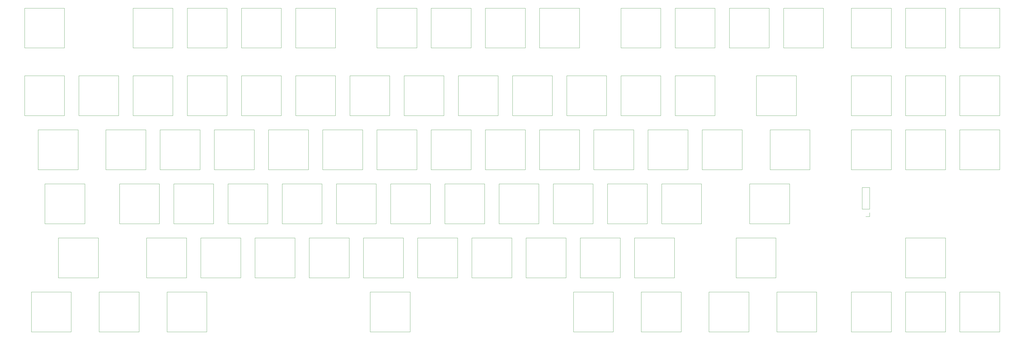
<source format=gto>
%TF.GenerationSoftware,KiCad,Pcbnew,(5.1.12)-1*%
%TF.CreationDate,2021-11-20T18:07:47-08:00*%
%TF.ProjectId,PyKey87,50794b65-7938-4372-9e6b-696361645f70,rev?*%
%TF.SameCoordinates,Original*%
%TF.FileFunction,Legend,Top*%
%TF.FilePolarity,Positive*%
%FSLAX46Y46*%
G04 Gerber Fmt 4.6, Leading zero omitted, Abs format (unit mm)*
G04 Created by KiCad (PCBNEW (5.1.12)-1) date 2021-11-20 18:07:47*
%MOMM*%
%LPD*%
G01*
G04 APERTURE LIST*
%ADD10C,0.120000*%
%ADD11C,3.152400*%
%ADD12C,1.902400*%
%ADD13C,4.152400*%
%ADD14C,0.902400*%
%ADD15C,4.552400*%
%ADD16C,1.448000*%
%ADD17O,1.852400X1.852400*%
%ADD18C,1.652400*%
%ADD19C,3.202400*%
%ADD20O,1.152400X2.252400*%
%ADD21C,0.802400*%
%ADD22O,1.152400X1.752400*%
%ADD23C,1.052400*%
G04 APERTURE END LIST*
D10*
X154637500Y-57007500D02*
X154637500Y-43007500D01*
X154637500Y-57007500D02*
X140637500Y-57007500D01*
X140637500Y-57007500D02*
X140637500Y-43007500D01*
X140637500Y-43007500D02*
X154637500Y-43007500D01*
X326087500Y-57007500D02*
X326087500Y-43007500D01*
X326087500Y-57007500D02*
X312087500Y-57007500D01*
X312087500Y-57007500D02*
X312087500Y-43007500D01*
X312087500Y-43007500D02*
X326087500Y-43007500D01*
X407050000Y-157020000D02*
X407050000Y-143020000D01*
X407050000Y-157020000D02*
X393050000Y-157020000D01*
X393050000Y-157020000D02*
X393050000Y-143020000D01*
X393050000Y-143020000D02*
X407050000Y-143020000D01*
X83487500Y-66820000D02*
X97487500Y-66820000D01*
X83487500Y-80820000D02*
X83487500Y-66820000D01*
X97487500Y-80820000D02*
X83487500Y-80820000D01*
X97487500Y-80820000D02*
X97487500Y-66820000D01*
X64437500Y-66820000D02*
X78437500Y-66820000D01*
X64437500Y-80820000D02*
X64437500Y-66820000D01*
X78437500Y-80820000D02*
X64437500Y-80820000D01*
X78437500Y-80820000D02*
X78437500Y-66820000D01*
X361375000Y-116425000D02*
X360045000Y-116425000D01*
X361375000Y-115095000D02*
X361375000Y-116425000D01*
X361375000Y-113825000D02*
X358715000Y-113825000D01*
X358715000Y-113825000D02*
X358715000Y-106145000D01*
X361375000Y-113825000D02*
X361375000Y-106145000D01*
X361375000Y-106145000D02*
X358715000Y-106145000D01*
X345137500Y-57007500D02*
X345137500Y-43007500D01*
X345137500Y-57007500D02*
X331137500Y-57007500D01*
X331137500Y-57007500D02*
X331137500Y-43007500D01*
X331137500Y-43007500D02*
X345137500Y-43007500D01*
X407050000Y-57007500D02*
X407050000Y-43007500D01*
X407050000Y-57007500D02*
X393050000Y-57007500D01*
X393050000Y-57007500D02*
X393050000Y-43007500D01*
X393050000Y-43007500D02*
X407050000Y-43007500D01*
X407050000Y-80820000D02*
X407050000Y-66820000D01*
X407050000Y-80820000D02*
X393050000Y-80820000D01*
X393050000Y-80820000D02*
X393050000Y-66820000D01*
X393050000Y-66820000D02*
X407050000Y-66820000D01*
X407050000Y-99870000D02*
X407050000Y-85870000D01*
X407050000Y-99870000D02*
X393050000Y-99870000D01*
X393050000Y-99870000D02*
X393050000Y-85870000D01*
X393050000Y-85870000D02*
X407050000Y-85870000D01*
X388000000Y-137970000D02*
X388000000Y-123970000D01*
X388000000Y-137970000D02*
X374000000Y-137970000D01*
X374000000Y-137970000D02*
X374000000Y-123970000D01*
X374000000Y-123970000D02*
X388000000Y-123970000D01*
X76312000Y-123970000D02*
X90312000Y-123970000D01*
X76312000Y-137970000D02*
X76312000Y-123970000D01*
X90312000Y-137970000D02*
X76312000Y-137970000D01*
X90312000Y-137970000D02*
X90312000Y-123970000D01*
X102538000Y-66820000D02*
X116538000Y-66820000D01*
X102538000Y-80820000D02*
X102538000Y-66820000D01*
X116538000Y-80820000D02*
X102538000Y-80820000D01*
X116538000Y-80820000D02*
X116538000Y-66820000D01*
X121588000Y-66820000D02*
X135588000Y-66820000D01*
X121588000Y-80820000D02*
X121588000Y-66820000D01*
X135588000Y-80820000D02*
X121588000Y-80820000D01*
X135588000Y-80820000D02*
X135588000Y-66820000D01*
X140638000Y-66820000D02*
X154638000Y-66820000D01*
X140638000Y-80820000D02*
X140638000Y-66820000D01*
X154638000Y-80820000D02*
X140638000Y-80820000D01*
X154638000Y-80820000D02*
X154638000Y-66820000D01*
X159688000Y-66820000D02*
X173688000Y-66820000D01*
X159688000Y-80820000D02*
X159688000Y-66820000D01*
X173688000Y-80820000D02*
X159688000Y-80820000D01*
X173688000Y-80820000D02*
X173688000Y-66820000D01*
X197788000Y-66820000D02*
X211788000Y-66820000D01*
X197788000Y-80820000D02*
X197788000Y-66820000D01*
X211788000Y-80820000D02*
X197788000Y-80820000D01*
X211788000Y-80820000D02*
X211788000Y-66820000D01*
X216838000Y-66820000D02*
X230838000Y-66820000D01*
X216838000Y-80820000D02*
X216838000Y-66820000D01*
X230838000Y-80820000D02*
X216838000Y-80820000D01*
X230838000Y-80820000D02*
X230838000Y-66820000D01*
X235888000Y-66820000D02*
X249888000Y-66820000D01*
X235888000Y-80820000D02*
X235888000Y-66820000D01*
X249888000Y-80820000D02*
X235888000Y-80820000D01*
X249888000Y-80820000D02*
X249888000Y-66820000D01*
X254938000Y-66820000D02*
X268938000Y-66820000D01*
X254938000Y-80820000D02*
X254938000Y-66820000D01*
X268938000Y-80820000D02*
X254938000Y-80820000D01*
X268938000Y-80820000D02*
X268938000Y-66820000D01*
X273988000Y-66820000D02*
X287988000Y-66820000D01*
X273988000Y-80820000D02*
X273988000Y-66820000D01*
X287988000Y-80820000D02*
X273988000Y-80820000D01*
X287988000Y-80820000D02*
X287988000Y-66820000D01*
X293038000Y-66820000D02*
X307038000Y-66820000D01*
X293038000Y-80820000D02*
X293038000Y-66820000D01*
X307038000Y-80820000D02*
X293038000Y-80820000D01*
X307038000Y-80820000D02*
X307038000Y-66820000D01*
X93012000Y-85870000D02*
X107012000Y-85870000D01*
X93012000Y-99870000D02*
X93012000Y-85870000D01*
X107012000Y-99870000D02*
X93012000Y-99870000D01*
X107012000Y-99870000D02*
X107012000Y-85870000D01*
X112062000Y-85870000D02*
X126062000Y-85870000D01*
X112062000Y-99870000D02*
X112062000Y-85870000D01*
X126062000Y-99870000D02*
X112062000Y-99870000D01*
X126062000Y-99870000D02*
X126062000Y-85870000D01*
X131112000Y-85870000D02*
X145112000Y-85870000D01*
X131112000Y-99870000D02*
X131112000Y-85870000D01*
X145112000Y-99870000D02*
X131112000Y-99870000D01*
X145112000Y-99870000D02*
X145112000Y-85870000D01*
X150162000Y-85870000D02*
X164162000Y-85870000D01*
X150162000Y-99870000D02*
X150162000Y-85870000D01*
X164162000Y-99870000D02*
X150162000Y-99870000D01*
X164162000Y-99870000D02*
X164162000Y-85870000D01*
X169212000Y-85870000D02*
X183212000Y-85870000D01*
X169212000Y-99870000D02*
X169212000Y-85870000D01*
X183212000Y-99870000D02*
X169212000Y-99870000D01*
X183212000Y-99870000D02*
X183212000Y-85870000D01*
X188262000Y-85870000D02*
X202262000Y-85870000D01*
X188262000Y-99870000D02*
X188262000Y-85870000D01*
X202262000Y-99870000D02*
X188262000Y-99870000D01*
X202262000Y-99870000D02*
X202262000Y-85870000D01*
X207312000Y-85870000D02*
X221312000Y-85870000D01*
X207312000Y-99870000D02*
X207312000Y-85870000D01*
X221312000Y-99870000D02*
X207312000Y-99870000D01*
X221312000Y-99870000D02*
X221312000Y-85870000D01*
X226362000Y-85870000D02*
X240362000Y-85870000D01*
X226362000Y-99870000D02*
X226362000Y-85870000D01*
X240362000Y-99870000D02*
X226362000Y-99870000D01*
X240362000Y-99870000D02*
X240362000Y-85870000D01*
X245412000Y-85870000D02*
X259412000Y-85870000D01*
X245412000Y-99870000D02*
X245412000Y-85870000D01*
X259412000Y-99870000D02*
X245412000Y-99870000D01*
X259412000Y-99870000D02*
X259412000Y-85870000D01*
X264462000Y-85870000D02*
X278462000Y-85870000D01*
X264462000Y-99870000D02*
X264462000Y-85870000D01*
X278462000Y-99870000D02*
X264462000Y-99870000D01*
X278462000Y-99870000D02*
X278462000Y-85870000D01*
X283512000Y-85870000D02*
X297512000Y-85870000D01*
X283512000Y-99870000D02*
X283512000Y-85870000D01*
X297512000Y-99870000D02*
X283512000Y-99870000D01*
X297512000Y-99870000D02*
X297512000Y-85870000D01*
X302562000Y-85870000D02*
X316562000Y-85870000D01*
X302562000Y-99870000D02*
X302562000Y-85870000D01*
X316562000Y-99870000D02*
X302562000Y-99870000D01*
X316562000Y-99870000D02*
X316562000Y-85870000D01*
X97775000Y-104920000D02*
X111775000Y-104920000D01*
X97775000Y-118920000D02*
X97775000Y-104920000D01*
X111775000Y-118920000D02*
X97775000Y-118920000D01*
X111775000Y-118920000D02*
X111775000Y-104920000D01*
X116825000Y-104920000D02*
X130825000Y-104920000D01*
X116825000Y-118920000D02*
X116825000Y-104920000D01*
X130825000Y-118920000D02*
X116825000Y-118920000D01*
X130825000Y-118920000D02*
X130825000Y-104920000D01*
X135875000Y-104920000D02*
X149875000Y-104920000D01*
X135875000Y-118920000D02*
X135875000Y-104920000D01*
X149875000Y-118920000D02*
X135875000Y-118920000D01*
X149875000Y-118920000D02*
X149875000Y-104920000D01*
X154925000Y-104920000D02*
X168925000Y-104920000D01*
X154925000Y-118920000D02*
X154925000Y-104920000D01*
X168925000Y-118920000D02*
X154925000Y-118920000D01*
X168925000Y-118920000D02*
X168925000Y-104920000D01*
X173975000Y-104920000D02*
X187975000Y-104920000D01*
X173975000Y-118920000D02*
X173975000Y-104920000D01*
X187975000Y-118920000D02*
X173975000Y-118920000D01*
X187975000Y-118920000D02*
X187975000Y-104920000D01*
X193025000Y-104920000D02*
X207025000Y-104920000D01*
X193025000Y-118920000D02*
X193025000Y-104920000D01*
X207025000Y-118920000D02*
X193025000Y-118920000D01*
X207025000Y-118920000D02*
X207025000Y-104920000D01*
X212075000Y-104920000D02*
X226075000Y-104920000D01*
X212075000Y-118920000D02*
X212075000Y-104920000D01*
X226075000Y-118920000D02*
X212075000Y-118920000D01*
X226075000Y-118920000D02*
X226075000Y-104920000D01*
X231125000Y-104920000D02*
X245125000Y-104920000D01*
X231125000Y-118920000D02*
X231125000Y-104920000D01*
X245125000Y-118920000D02*
X231125000Y-118920000D01*
X245125000Y-118920000D02*
X245125000Y-104920000D01*
X250175000Y-104920000D02*
X264175000Y-104920000D01*
X250175000Y-118920000D02*
X250175000Y-104920000D01*
X264175000Y-118920000D02*
X250175000Y-118920000D01*
X264175000Y-118920000D02*
X264175000Y-104920000D01*
X269225000Y-104920000D02*
X283225000Y-104920000D01*
X269225000Y-118920000D02*
X269225000Y-104920000D01*
X283225000Y-118920000D02*
X269225000Y-118920000D01*
X283225000Y-118920000D02*
X283225000Y-104920000D01*
X288275000Y-104920000D02*
X302275000Y-104920000D01*
X288275000Y-118920000D02*
X288275000Y-104920000D01*
X302275000Y-118920000D02*
X288275000Y-118920000D01*
X302275000Y-118920000D02*
X302275000Y-104920000D01*
X107300000Y-123970000D02*
X121300000Y-123970000D01*
X107300000Y-137970000D02*
X107300000Y-123970000D01*
X121300000Y-137970000D02*
X107300000Y-137970000D01*
X121300000Y-137970000D02*
X121300000Y-123970000D01*
X126350000Y-123970000D02*
X140350000Y-123970000D01*
X126350000Y-137970000D02*
X126350000Y-123970000D01*
X140350000Y-137970000D02*
X126350000Y-137970000D01*
X140350000Y-137970000D02*
X140350000Y-123970000D01*
X145400000Y-123970000D02*
X159400000Y-123970000D01*
X145400000Y-137970000D02*
X145400000Y-123970000D01*
X159400000Y-137970000D02*
X145400000Y-137970000D01*
X159400000Y-137970000D02*
X159400000Y-123970000D01*
X164450000Y-123970000D02*
X178450000Y-123970000D01*
X164450000Y-137970000D02*
X164450000Y-123970000D01*
X178450000Y-137970000D02*
X164450000Y-137970000D01*
X178450000Y-137970000D02*
X178450000Y-123970000D01*
X183500000Y-123970000D02*
X197500000Y-123970000D01*
X183500000Y-137970000D02*
X183500000Y-123970000D01*
X197500000Y-137970000D02*
X183500000Y-137970000D01*
X197500000Y-137970000D02*
X197500000Y-123970000D01*
X202550000Y-123970000D02*
X216550000Y-123970000D01*
X202550000Y-137970000D02*
X202550000Y-123970000D01*
X216550000Y-137970000D02*
X202550000Y-137970000D01*
X216550000Y-137970000D02*
X216550000Y-123970000D01*
X221600000Y-123970000D02*
X235600000Y-123970000D01*
X221600000Y-137970000D02*
X221600000Y-123970000D01*
X235600000Y-137970000D02*
X221600000Y-137970000D01*
X235600000Y-137970000D02*
X235600000Y-123970000D01*
X240650000Y-123970000D02*
X254650000Y-123970000D01*
X240650000Y-137970000D02*
X240650000Y-123970000D01*
X254650000Y-137970000D02*
X240650000Y-137970000D01*
X254650000Y-137970000D02*
X254650000Y-123970000D01*
X259700000Y-123970000D02*
X273700000Y-123970000D01*
X259700000Y-137970000D02*
X259700000Y-123970000D01*
X273700000Y-137970000D02*
X259700000Y-137970000D01*
X273700000Y-137970000D02*
X273700000Y-123970000D01*
X278750000Y-123970000D02*
X292750000Y-123970000D01*
X278750000Y-137970000D02*
X278750000Y-123970000D01*
X292750000Y-137970000D02*
X278750000Y-137970000D01*
X292750000Y-137970000D02*
X292750000Y-123970000D01*
X78437500Y-57007500D02*
X78437500Y-43007500D01*
X78437500Y-57007500D02*
X64437500Y-57007500D01*
X64437500Y-57007500D02*
X64437500Y-43007500D01*
X64437500Y-43007500D02*
X78437500Y-43007500D01*
X102537500Y-43007500D02*
X116537500Y-43007500D01*
X102537500Y-57007500D02*
X102537500Y-43007500D01*
X116537500Y-57007500D02*
X102537500Y-57007500D01*
X116537500Y-57007500D02*
X116537500Y-43007500D01*
X135587500Y-57007500D02*
X135587500Y-43007500D01*
X135587500Y-57007500D02*
X121587500Y-57007500D01*
X121587500Y-57007500D02*
X121587500Y-43007500D01*
X121587500Y-43007500D02*
X135587500Y-43007500D01*
X173687500Y-57007500D02*
X173687500Y-43007500D01*
X173687500Y-57007500D02*
X159687500Y-57007500D01*
X159687500Y-57007500D02*
X159687500Y-43007500D01*
X159687500Y-43007500D02*
X173687500Y-43007500D01*
X202262500Y-57007500D02*
X202262500Y-43007500D01*
X202262500Y-57007500D02*
X188262500Y-57007500D01*
X188262500Y-57007500D02*
X188262500Y-43007500D01*
X188262500Y-43007500D02*
X202262500Y-43007500D01*
X221312500Y-57007500D02*
X221312500Y-43007500D01*
X221312500Y-57007500D02*
X207312500Y-57007500D01*
X207312500Y-57007500D02*
X207312500Y-43007500D01*
X207312500Y-43007500D02*
X221312500Y-43007500D01*
X240362500Y-57007500D02*
X240362500Y-43007500D01*
X240362500Y-57007500D02*
X226362500Y-57007500D01*
X226362500Y-57007500D02*
X226362500Y-43007500D01*
X226362500Y-43007500D02*
X240362500Y-43007500D01*
X259412500Y-57007500D02*
X259412500Y-43007500D01*
X259412500Y-57007500D02*
X245412500Y-57007500D01*
X245412500Y-57007500D02*
X245412500Y-43007500D01*
X245412500Y-43007500D02*
X259412500Y-43007500D01*
X287987500Y-57007500D02*
X287987500Y-43007500D01*
X287987500Y-57007500D02*
X273987500Y-57007500D01*
X273987500Y-57007500D02*
X273987500Y-43007500D01*
X273987500Y-43007500D02*
X287987500Y-43007500D01*
X307037500Y-57007500D02*
X307037500Y-43007500D01*
X307037500Y-57007500D02*
X293037500Y-57007500D01*
X293037500Y-57007500D02*
X293037500Y-43007500D01*
X293037500Y-43007500D02*
X307037500Y-43007500D01*
X368950000Y-57007500D02*
X368950000Y-43007500D01*
X368950000Y-57007500D02*
X354950000Y-57007500D01*
X354950000Y-57007500D02*
X354950000Y-43007500D01*
X354950000Y-43007500D02*
X368950000Y-43007500D01*
X368950000Y-80820000D02*
X368950000Y-66820000D01*
X368950000Y-80820000D02*
X354950000Y-80820000D01*
X354950000Y-80820000D02*
X354950000Y-66820000D01*
X354950000Y-66820000D02*
X368950000Y-66820000D01*
X368950000Y-99870000D02*
X368950000Y-85870000D01*
X368950000Y-99870000D02*
X354950000Y-99870000D01*
X354950000Y-99870000D02*
X354950000Y-85870000D01*
X354950000Y-85870000D02*
X368950000Y-85870000D01*
X368950000Y-157020000D02*
X368950000Y-143020000D01*
X368950000Y-157020000D02*
X354950000Y-157020000D01*
X354950000Y-157020000D02*
X354950000Y-143020000D01*
X354950000Y-143020000D02*
X368950000Y-143020000D01*
X388000000Y-57007500D02*
X388000000Y-43007500D01*
X388000000Y-57007500D02*
X374000000Y-57007500D01*
X374000000Y-57007500D02*
X374000000Y-43007500D01*
X374000000Y-43007500D02*
X388000000Y-43007500D01*
X388000000Y-80820000D02*
X388000000Y-66820000D01*
X388000000Y-80820000D02*
X374000000Y-80820000D01*
X374000000Y-80820000D02*
X374000000Y-66820000D01*
X374000000Y-66820000D02*
X388000000Y-66820000D01*
X388000000Y-99870000D02*
X388000000Y-85870000D01*
X388000000Y-99870000D02*
X374000000Y-99870000D01*
X374000000Y-99870000D02*
X374000000Y-85870000D01*
X374000000Y-85870000D02*
X388000000Y-85870000D01*
X178738000Y-66820000D02*
X192738000Y-66820000D01*
X178738000Y-80820000D02*
X178738000Y-66820000D01*
X192738000Y-80820000D02*
X178738000Y-80820000D01*
X192738000Y-80820000D02*
X192738000Y-66820000D01*
X388000000Y-157020000D02*
X388000000Y-143020000D01*
X388000000Y-157020000D02*
X374000000Y-157020000D01*
X374000000Y-157020000D02*
X374000000Y-143020000D01*
X374000000Y-143020000D02*
X388000000Y-143020000D01*
X185881000Y-143020000D02*
X199881000Y-143020000D01*
X185881000Y-157020000D02*
X185881000Y-143020000D01*
X199881000Y-157020000D02*
X185881000Y-157020000D01*
X199881000Y-157020000D02*
X199881000Y-143020000D01*
X314469000Y-123970000D02*
X328469000Y-123970000D01*
X314469000Y-137970000D02*
X314469000Y-123970000D01*
X328469000Y-137970000D02*
X314469000Y-137970000D01*
X328469000Y-137970000D02*
X328469000Y-123970000D01*
X319231000Y-104920000D02*
X333231000Y-104920000D01*
X319231000Y-118920000D02*
X319231000Y-104920000D01*
X333231000Y-118920000D02*
X319231000Y-118920000D01*
X333231000Y-118920000D02*
X333231000Y-104920000D01*
X321613000Y-66820000D02*
X335613000Y-66820000D01*
X321613000Y-80820000D02*
X321613000Y-66820000D01*
X335613000Y-80820000D02*
X321613000Y-80820000D01*
X335613000Y-80820000D02*
X335613000Y-66820000D01*
X71582500Y-104920000D02*
X85582500Y-104920000D01*
X71582500Y-118920000D02*
X71582500Y-104920000D01*
X85582500Y-118920000D02*
X71582500Y-118920000D01*
X85582500Y-118920000D02*
X85582500Y-104920000D01*
X326375000Y-85870000D02*
X340375000Y-85870000D01*
X326375000Y-99870000D02*
X326375000Y-85870000D01*
X340375000Y-99870000D02*
X326375000Y-99870000D01*
X340375000Y-99870000D02*
X340375000Y-85870000D01*
X69200000Y-85870000D02*
X83200000Y-85870000D01*
X69200000Y-99870000D02*
X69200000Y-85870000D01*
X83200000Y-99870000D02*
X69200000Y-99870000D01*
X83200000Y-99870000D02*
X83200000Y-85870000D01*
X328744000Y-143020000D02*
X342744000Y-143020000D01*
X328744000Y-157020000D02*
X328744000Y-143020000D01*
X342744000Y-157020000D02*
X328744000Y-157020000D01*
X342744000Y-157020000D02*
X342744000Y-143020000D01*
X304931000Y-143020000D02*
X318931000Y-143020000D01*
X304931000Y-157020000D02*
X304931000Y-143020000D01*
X318931000Y-157020000D02*
X304931000Y-157020000D01*
X318931000Y-157020000D02*
X318931000Y-143020000D01*
X281131000Y-143020000D02*
X295131000Y-143020000D01*
X281131000Y-157020000D02*
X281131000Y-143020000D01*
X295131000Y-157020000D02*
X281131000Y-157020000D01*
X295131000Y-157020000D02*
X295131000Y-143020000D01*
X257319000Y-143020000D02*
X271319000Y-143020000D01*
X257319000Y-157020000D02*
X257319000Y-143020000D01*
X271319000Y-157020000D02*
X257319000Y-157020000D01*
X271319000Y-157020000D02*
X271319000Y-143020000D01*
X114444000Y-143020000D02*
X128444000Y-143020000D01*
X114444000Y-157020000D02*
X114444000Y-143020000D01*
X128444000Y-157020000D02*
X114444000Y-157020000D01*
X128444000Y-157020000D02*
X128444000Y-143020000D01*
X90631200Y-143020000D02*
X104631200Y-143020000D01*
X90631200Y-157020000D02*
X90631200Y-143020000D01*
X104631200Y-157020000D02*
X90631200Y-157020000D01*
X104631200Y-157020000D02*
X104631200Y-143020000D01*
X66818800Y-143020000D02*
X80818800Y-143020000D01*
X66818800Y-157020000D02*
X66818800Y-143020000D01*
X80818800Y-157020000D02*
X66818800Y-157020000D01*
X80818800Y-157020000D02*
X80818800Y-143020000D01*
%LPC*%
D11*
X145097500Y-55087500D03*
X151447500Y-52547500D03*
D12*
X142557500Y-50007500D03*
X152717500Y-50007500D03*
D13*
X147637500Y-50007500D03*
D11*
X316547500Y-55087500D03*
X322897500Y-52547500D03*
D12*
X314007500Y-50007500D03*
X324167500Y-50007500D03*
D13*
X319087500Y-50007500D03*
D11*
X397510000Y-155100000D03*
X403860000Y-152560000D03*
D12*
X394970000Y-150020000D03*
X405130000Y-150020000D03*
D13*
X400050000Y-150020000D03*
D11*
X87947500Y-78900000D03*
X94297500Y-76360000D03*
D12*
X85407500Y-73820000D03*
X95567500Y-73820000D03*
D13*
X90487500Y-73820000D03*
D14*
X180975000Y-42830000D03*
X180975000Y-45580000D03*
D11*
X68897500Y-78900000D03*
X75247500Y-76360000D03*
D12*
X66357500Y-73820000D03*
X76517500Y-73820000D03*
D13*
X71437500Y-73820000D03*
D15*
X402495000Y-132875000D03*
D16*
X409575000Y-157505000D03*
X61895000Y-42405000D03*
D15*
X233045000Y-151925000D03*
X65405000Y-132875000D03*
X346375000Y-107475000D03*
X190365000Y-110015000D03*
X402495000Y-61755000D03*
X233045000Y-61755000D03*
X65405000Y-61755000D03*
D17*
X360045000Y-107475000D03*
X360045000Y-110015000D03*
X360045000Y-112555000D03*
G36*
G01*
X360971200Y-114245000D02*
X360971200Y-115945000D01*
G75*
G02*
X360895000Y-116021200I-76200J0D01*
G01*
X359195000Y-116021200D01*
G75*
G02*
X359118800Y-115945000I0J76200D01*
G01*
X359118800Y-114245000D01*
G75*
G02*
X359195000Y-114168800I76200J0D01*
G01*
X360895000Y-114168800D01*
G75*
G02*
X360971200Y-114245000I0J-76200D01*
G01*
G37*
D18*
X267335000Y-51280000D03*
X267335000Y-44280000D03*
D11*
X335597500Y-55087500D03*
X341947500Y-52547500D03*
D12*
X333057500Y-50007500D03*
X343217500Y-50007500D03*
D13*
X338137500Y-50007500D03*
D11*
X397510000Y-55087500D03*
X403860000Y-52547500D03*
D12*
X394970000Y-50007500D03*
X405130000Y-50007500D03*
D13*
X400050000Y-50007500D03*
D11*
X397510000Y-78900000D03*
X403860000Y-76360000D03*
D12*
X394970000Y-73820000D03*
X405130000Y-73820000D03*
D13*
X400050000Y-73820000D03*
D11*
X397510000Y-97950000D03*
X403860000Y-95410000D03*
D12*
X394970000Y-92870000D03*
X405130000Y-92870000D03*
D13*
X400050000Y-92870000D03*
D11*
X378460000Y-136050000D03*
X384810000Y-133510000D03*
D12*
X375920000Y-130970000D03*
X386080000Y-130970000D03*
D13*
X381000000Y-130970000D03*
D19*
X71374000Y-137970000D03*
D13*
X71374000Y-122730000D03*
X95250000Y-122730000D03*
D19*
X95250000Y-137970000D03*
D11*
X80772000Y-136050000D03*
X87122000Y-133510000D03*
D12*
X78232000Y-130970000D03*
X88392000Y-130970000D03*
D13*
X83312000Y-130970000D03*
D11*
X106998000Y-78900000D03*
X113348000Y-76360000D03*
D12*
X104458000Y-73820000D03*
X114618000Y-73820000D03*
D13*
X109538000Y-73820000D03*
D11*
X126048000Y-78900000D03*
X132398000Y-76360000D03*
D12*
X123508000Y-73820000D03*
X133668000Y-73820000D03*
D13*
X128588000Y-73820000D03*
D11*
X145098000Y-78900000D03*
X151448000Y-76360000D03*
D12*
X142558000Y-73820000D03*
X152718000Y-73820000D03*
D13*
X147638000Y-73820000D03*
D11*
X164148000Y-78900000D03*
X170498000Y-76360000D03*
D12*
X161608000Y-73820000D03*
X171768000Y-73820000D03*
D13*
X166688000Y-73820000D03*
D11*
X202248000Y-78900000D03*
X208598000Y-76360000D03*
D12*
X199708000Y-73820000D03*
X209868000Y-73820000D03*
D13*
X204788000Y-73820000D03*
D11*
X221298000Y-78900000D03*
X227648000Y-76360000D03*
D12*
X218758000Y-73820000D03*
X228918000Y-73820000D03*
D13*
X223838000Y-73820000D03*
D11*
X240348000Y-78900000D03*
X246698000Y-76360000D03*
D12*
X237808000Y-73820000D03*
X247968000Y-73820000D03*
D13*
X242888000Y-73820000D03*
D11*
X259398000Y-78900000D03*
X265748000Y-76360000D03*
D12*
X256858000Y-73820000D03*
X267018000Y-73820000D03*
D13*
X261938000Y-73820000D03*
D11*
X278448000Y-78900000D03*
X284798000Y-76360000D03*
D12*
X275908000Y-73820000D03*
X286068000Y-73820000D03*
D13*
X280988000Y-73820000D03*
D11*
X297498000Y-78900000D03*
X303848000Y-76360000D03*
D12*
X294958000Y-73820000D03*
X305118000Y-73820000D03*
D13*
X300038000Y-73820000D03*
D11*
X97472000Y-97950000D03*
X103822000Y-95410000D03*
D12*
X94932000Y-92870000D03*
X105092000Y-92870000D03*
D13*
X100012000Y-92870000D03*
D11*
X116522000Y-97950000D03*
X122872000Y-95410000D03*
D12*
X113982000Y-92870000D03*
X124142000Y-92870000D03*
D13*
X119062000Y-92870000D03*
D11*
X135572000Y-97950000D03*
X141922000Y-95410000D03*
D12*
X133032000Y-92870000D03*
X143192000Y-92870000D03*
D13*
X138112000Y-92870000D03*
D11*
X154622000Y-97950000D03*
X160972000Y-95410000D03*
D12*
X152082000Y-92870000D03*
X162242000Y-92870000D03*
D13*
X157162000Y-92870000D03*
D11*
X173672000Y-97950000D03*
X180022000Y-95410000D03*
D12*
X171132000Y-92870000D03*
X181292000Y-92870000D03*
D13*
X176212000Y-92870000D03*
D11*
X192722000Y-97950000D03*
X199072000Y-95410000D03*
D12*
X190182000Y-92870000D03*
X200342000Y-92870000D03*
D13*
X195262000Y-92870000D03*
D11*
X211772000Y-97950000D03*
X218122000Y-95410000D03*
D12*
X209232000Y-92870000D03*
X219392000Y-92870000D03*
D13*
X214312000Y-92870000D03*
D11*
X230822000Y-97950000D03*
X237172000Y-95410000D03*
D12*
X228282000Y-92870000D03*
X238442000Y-92870000D03*
D13*
X233362000Y-92870000D03*
D11*
X249872000Y-97950000D03*
X256222000Y-95410000D03*
D12*
X247332000Y-92870000D03*
X257492000Y-92870000D03*
D13*
X252412000Y-92870000D03*
D11*
X268922000Y-97950000D03*
X275272000Y-95410000D03*
D12*
X266382000Y-92870000D03*
X276542000Y-92870000D03*
D13*
X271462000Y-92870000D03*
D11*
X287972000Y-97950000D03*
X294322000Y-95410000D03*
D12*
X285432000Y-92870000D03*
X295592000Y-92870000D03*
D13*
X290512000Y-92870000D03*
D11*
X307022000Y-97950000D03*
X313372000Y-95410000D03*
D12*
X304482000Y-92870000D03*
X314642000Y-92870000D03*
D13*
X309562000Y-92870000D03*
D11*
X102235000Y-117000000D03*
X108585000Y-114460000D03*
D12*
X99695000Y-111920000D03*
X109855000Y-111920000D03*
D13*
X104775000Y-111920000D03*
D11*
X121285000Y-117000000D03*
X127635000Y-114460000D03*
D12*
X118745000Y-111920000D03*
X128905000Y-111920000D03*
D13*
X123825000Y-111920000D03*
D11*
X140335000Y-117000000D03*
X146685000Y-114460000D03*
D12*
X137795000Y-111920000D03*
X147955000Y-111920000D03*
D13*
X142875000Y-111920000D03*
D11*
X159385000Y-117000000D03*
X165735000Y-114460000D03*
D12*
X156845000Y-111920000D03*
X167005000Y-111920000D03*
D13*
X161925000Y-111920000D03*
D11*
X178435000Y-117000000D03*
X184785000Y-114460000D03*
D12*
X175895000Y-111920000D03*
X186055000Y-111920000D03*
D13*
X180975000Y-111920000D03*
D11*
X197485000Y-117000000D03*
X203835000Y-114460000D03*
D12*
X194945000Y-111920000D03*
X205105000Y-111920000D03*
D13*
X200025000Y-111920000D03*
D11*
X216535000Y-117000000D03*
X222885000Y-114460000D03*
D12*
X213995000Y-111920000D03*
X224155000Y-111920000D03*
D13*
X219075000Y-111920000D03*
D11*
X235585000Y-117000000D03*
X241935000Y-114460000D03*
D12*
X233045000Y-111920000D03*
X243205000Y-111920000D03*
D13*
X238125000Y-111920000D03*
D11*
X254635000Y-117000000D03*
X260985000Y-114460000D03*
D12*
X252095000Y-111920000D03*
X262255000Y-111920000D03*
D13*
X257175000Y-111920000D03*
D11*
X273685000Y-117000000D03*
X280035000Y-114460000D03*
D12*
X271145000Y-111920000D03*
X281305000Y-111920000D03*
D13*
X276225000Y-111920000D03*
D11*
X292735000Y-117000000D03*
X299085000Y-114460000D03*
D12*
X290195000Y-111920000D03*
X300355000Y-111920000D03*
D13*
X295275000Y-111920000D03*
D11*
X111760000Y-136050000D03*
X118110000Y-133510000D03*
D12*
X109220000Y-130970000D03*
X119380000Y-130970000D03*
D13*
X114300000Y-130970000D03*
D11*
X130810000Y-136050000D03*
X137160000Y-133510000D03*
D12*
X128270000Y-130970000D03*
X138430000Y-130970000D03*
D13*
X133350000Y-130970000D03*
D11*
X149860000Y-136050000D03*
X156210000Y-133510000D03*
D12*
X147320000Y-130970000D03*
X157480000Y-130970000D03*
D13*
X152400000Y-130970000D03*
D11*
X168910000Y-136050000D03*
X175260000Y-133510000D03*
D12*
X166370000Y-130970000D03*
X176530000Y-130970000D03*
D13*
X171450000Y-130970000D03*
D11*
X187960000Y-136050000D03*
X194310000Y-133510000D03*
D12*
X185420000Y-130970000D03*
X195580000Y-130970000D03*
D13*
X190500000Y-130970000D03*
D11*
X207010000Y-136050000D03*
X213360000Y-133510000D03*
D12*
X204470000Y-130970000D03*
X214630000Y-130970000D03*
D13*
X209550000Y-130970000D03*
D11*
X226060000Y-136050000D03*
X232410000Y-133510000D03*
D12*
X223520000Y-130970000D03*
X233680000Y-130970000D03*
D13*
X228600000Y-130970000D03*
D11*
X245110000Y-136050000D03*
X251460000Y-133510000D03*
D12*
X242570000Y-130970000D03*
X252730000Y-130970000D03*
D13*
X247650000Y-130970000D03*
D11*
X264160000Y-136050000D03*
X270510000Y-133510000D03*
D12*
X261620000Y-130970000D03*
X271780000Y-130970000D03*
D13*
X266700000Y-130970000D03*
D11*
X283210000Y-136050000D03*
X289560000Y-133510000D03*
D12*
X280670000Y-130970000D03*
X290830000Y-130970000D03*
D13*
X285750000Y-130970000D03*
D11*
X68897500Y-55087500D03*
X75247500Y-52547500D03*
D12*
X66357500Y-50007500D03*
X76517500Y-50007500D03*
D13*
X71437500Y-50007500D03*
X109537500Y-50007500D03*
D12*
X114617500Y-50007500D03*
X104457500Y-50007500D03*
D11*
X113347500Y-52547500D03*
X106997500Y-55087500D03*
X126047500Y-55087500D03*
X132397500Y-52547500D03*
D12*
X123507500Y-50007500D03*
X133667500Y-50007500D03*
D13*
X128587500Y-50007500D03*
D11*
X164147500Y-55087500D03*
X170497500Y-52547500D03*
D12*
X161607500Y-50007500D03*
X171767500Y-50007500D03*
D13*
X166687500Y-50007500D03*
D11*
X192722500Y-55087500D03*
X199072500Y-52547500D03*
D12*
X190182500Y-50007500D03*
X200342500Y-50007500D03*
D13*
X195262500Y-50007500D03*
D11*
X211772500Y-55087500D03*
X218122500Y-52547500D03*
D12*
X209232500Y-50007500D03*
X219392500Y-50007500D03*
D13*
X214312500Y-50007500D03*
D11*
X230822500Y-55087500D03*
X237172500Y-52547500D03*
D12*
X228282500Y-50007500D03*
X238442500Y-50007500D03*
D13*
X233362500Y-50007500D03*
D11*
X249872500Y-55087500D03*
X256222500Y-52547500D03*
D12*
X247332500Y-50007500D03*
X257492500Y-50007500D03*
D13*
X252412500Y-50007500D03*
D11*
X278447500Y-55087500D03*
X284797500Y-52547500D03*
D12*
X275907500Y-50007500D03*
X286067500Y-50007500D03*
D13*
X280987500Y-50007500D03*
D11*
X297497500Y-55087500D03*
X303847500Y-52547500D03*
D12*
X294957500Y-50007500D03*
X305117500Y-50007500D03*
D13*
X300037500Y-50007500D03*
D11*
X359410000Y-55087500D03*
X365760000Y-52547500D03*
D12*
X356870000Y-50007500D03*
X367030000Y-50007500D03*
D13*
X361950000Y-50007500D03*
D11*
X359410000Y-78900000D03*
X365760000Y-76360000D03*
D12*
X356870000Y-73820000D03*
X367030000Y-73820000D03*
D13*
X361950000Y-73820000D03*
D11*
X359410000Y-97950000D03*
X365760000Y-95410000D03*
D12*
X356870000Y-92870000D03*
X367030000Y-92870000D03*
D13*
X361950000Y-92870000D03*
D11*
X359410000Y-155100000D03*
X365760000Y-152560000D03*
D12*
X356870000Y-150020000D03*
X367030000Y-150020000D03*
D13*
X361950000Y-150020000D03*
D11*
X378460000Y-55087500D03*
X384810000Y-52547500D03*
D12*
X375920000Y-50007500D03*
X386080000Y-50007500D03*
D13*
X381000000Y-50007500D03*
D11*
X378460000Y-78900000D03*
X384810000Y-76360000D03*
D12*
X375920000Y-73820000D03*
X386080000Y-73820000D03*
D13*
X381000000Y-73820000D03*
D11*
X378460000Y-97950000D03*
X384810000Y-95410000D03*
D12*
X375920000Y-92870000D03*
X386080000Y-92870000D03*
D13*
X381000000Y-92870000D03*
D11*
X183198000Y-78900000D03*
X189548000Y-76360000D03*
D12*
X180658000Y-73820000D03*
X190818000Y-73820000D03*
D13*
X185738000Y-73820000D03*
D11*
X378460000Y-155100000D03*
X384810000Y-152560000D03*
D12*
X375920000Y-150020000D03*
X386080000Y-150020000D03*
D13*
X381000000Y-150020000D03*
D19*
X142881000Y-157020000D03*
D13*
X142881000Y-141780000D03*
X242881000Y-141780000D03*
D19*
X242881000Y-157020000D03*
D11*
X190341000Y-155100000D03*
X196691000Y-152560000D03*
D12*
X187801000Y-150020000D03*
X197961000Y-150020000D03*
D13*
X192881000Y-150020000D03*
D19*
X309531000Y-137970000D03*
D13*
X309531000Y-122730000D03*
X333407000Y-122730000D03*
D19*
X333407000Y-137970000D03*
D11*
X318929000Y-136050000D03*
X325279000Y-133510000D03*
D12*
X316389000Y-130970000D03*
X326549000Y-130970000D03*
D13*
X321469000Y-130970000D03*
D19*
X314293000Y-118920000D03*
D13*
X314293000Y-103680000D03*
X338169000Y-103680000D03*
D19*
X338169000Y-118920000D03*
D11*
X323691000Y-117000000D03*
X330041000Y-114460000D03*
D12*
X321151000Y-111920000D03*
X331311000Y-111920000D03*
D13*
X326231000Y-111920000D03*
D19*
X316675000Y-66820000D03*
D13*
X316675000Y-82060000D03*
X340551000Y-82060000D03*
D19*
X340551000Y-66820000D03*
D11*
X326073000Y-78900000D03*
X332423000Y-76360000D03*
D12*
X323533000Y-73820000D03*
X333693000Y-73820000D03*
D13*
X328613000Y-73820000D03*
D11*
X76042500Y-117000000D03*
X82392500Y-114460000D03*
D12*
X73502500Y-111920000D03*
X83662500Y-111920000D03*
D13*
X78582500Y-111920000D03*
D11*
X330835000Y-97950000D03*
X337185000Y-95410000D03*
D12*
X328295000Y-92870000D03*
X338455000Y-92870000D03*
D13*
X333375000Y-92870000D03*
D11*
X73660000Y-97950000D03*
X80010000Y-95410000D03*
D12*
X71120000Y-92870000D03*
X81280000Y-92870000D03*
D13*
X76200000Y-92870000D03*
D17*
X181102000Y-156116000D03*
X178562000Y-156116000D03*
G36*
G01*
X175172000Y-155189800D02*
X176872000Y-155189800D01*
G75*
G02*
X176948200Y-155266000I0J-76200D01*
G01*
X176948200Y-156966000D01*
G75*
G02*
X176872000Y-157042200I-76200J0D01*
G01*
X175172000Y-157042200D01*
G75*
G02*
X175095800Y-156966000I0J76200D01*
G01*
X175095800Y-155266000D01*
G75*
G02*
X175172000Y-155189800I76200J0D01*
G01*
G37*
D11*
X333204000Y-155100000D03*
X339554000Y-152560000D03*
D12*
X330664000Y-150020000D03*
X340824000Y-150020000D03*
D13*
X335744000Y-150020000D03*
D11*
X309391000Y-155100000D03*
X315741000Y-152560000D03*
D12*
X306851000Y-150020000D03*
X317011000Y-150020000D03*
D13*
X311931000Y-150020000D03*
D11*
X285591000Y-155100000D03*
X291941000Y-152560000D03*
D12*
X283051000Y-150020000D03*
X293211000Y-150020000D03*
D13*
X288131000Y-150020000D03*
D11*
X261779000Y-155100000D03*
X268129000Y-152560000D03*
D12*
X259239000Y-150020000D03*
X269399000Y-150020000D03*
D13*
X264319000Y-150020000D03*
D11*
X118904000Y-155100000D03*
X125254000Y-152560000D03*
D12*
X116364000Y-150020000D03*
X126524000Y-150020000D03*
D13*
X121444000Y-150020000D03*
D11*
X95091200Y-155100000D03*
X101441200Y-152560000D03*
D12*
X92551200Y-150020000D03*
X102711200Y-150020000D03*
D13*
X97631200Y-150020000D03*
D11*
X71278800Y-155100000D03*
X77628800Y-152560000D03*
D12*
X68738800Y-150020000D03*
X78898800Y-150020000D03*
D13*
X73818800Y-150020000D03*
D20*
X90712000Y-47081000D03*
X82072000Y-47081000D03*
D21*
X83502000Y-46551000D03*
D22*
X82072000Y-42901000D03*
D21*
X89282000Y-46551000D03*
D22*
X90712000Y-42901000D03*
D23*
X96425000Y-43145000D03*
X99425000Y-43145000D03*
M02*

</source>
